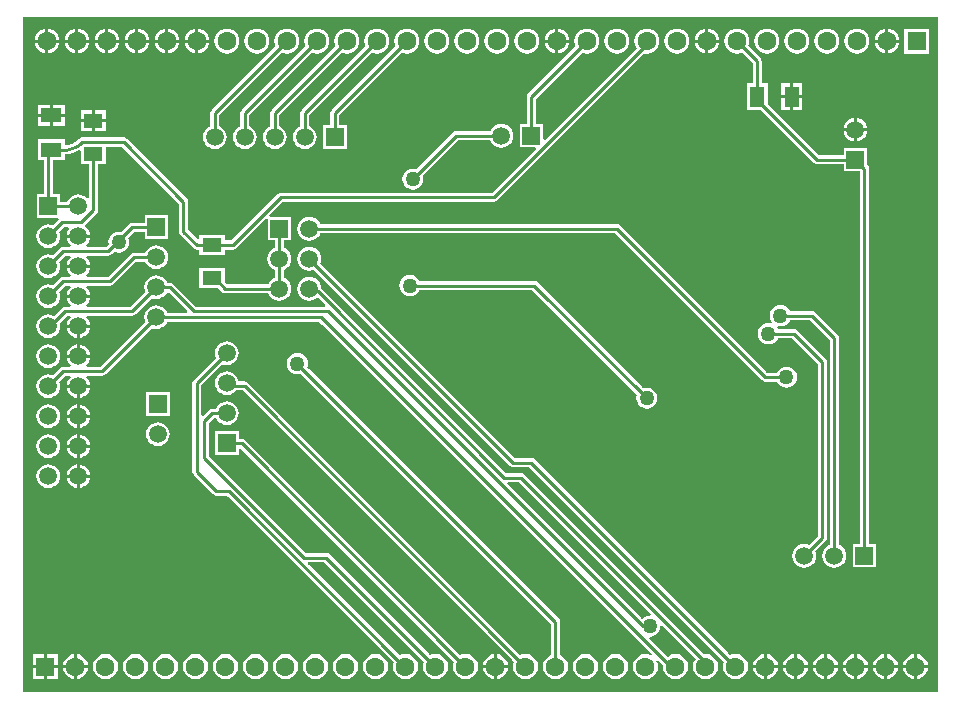
<source format=gbl>
G04*
G04 #@! TF.GenerationSoftware,Altium Limited,Altium Designer,20.1.11 (218)*
G04*
G04 Layer_Physical_Order=2*
G04 Layer_Color=16711680*
%FSLAX25Y25*%
%MOIN*%
G70*
G04*
G04 #@! TF.SameCoordinates,3E3CE198-1D4E-4C69-B1C9-FC2CBC885D2D*
G04*
G04*
G04 #@! TF.FilePolarity,Positive*
G04*
G01*
G75*
%ADD14C,0.01000*%
%ADD32R,0.06299X0.06299*%
%ADD33C,0.06299*%
%ADD34C,0.05906*%
%ADD35R,0.05906X0.05906*%
%ADD36R,0.05906X0.05906*%
%ADD37C,0.05000*%
%ADD38R,0.06496X0.04724*%
%ADD39R,0.07087X0.05118*%
%ADD40R,0.05118X0.07087*%
G36*
X580000Y210000D02*
X275000D01*
Y435000D01*
X580000D01*
Y210000D01*
D02*
G37*
%LPC*%
G36*
X563500Y431120D02*
Y427500D01*
X567120D01*
X567043Y428083D01*
X566625Y429093D01*
X565960Y429959D01*
X565093Y430625D01*
X564083Y431043D01*
X563500Y431120D01*
D02*
G37*
G36*
X333500D02*
Y427500D01*
X337120D01*
X337043Y428083D01*
X336625Y429093D01*
X335960Y429959D01*
X335093Y430625D01*
X334083Y431043D01*
X333500Y431120D01*
D02*
G37*
G36*
X303500D02*
Y427500D01*
X307120D01*
X307043Y428083D01*
X306625Y429093D01*
X305960Y429959D01*
X305093Y430625D01*
X304083Y431043D01*
X303500Y431120D01*
D02*
G37*
G36*
X503500D02*
Y427500D01*
X507120D01*
X507043Y428083D01*
X506625Y429093D01*
X505960Y429959D01*
X505093Y430625D01*
X504083Y431043D01*
X503500Y431120D01*
D02*
G37*
G36*
X453500D02*
Y427500D01*
X457120D01*
X457043Y428083D01*
X456625Y429093D01*
X455960Y429959D01*
X455093Y430625D01*
X454083Y431043D01*
X453500Y431120D01*
D02*
G37*
G36*
X323500D02*
Y427500D01*
X327120D01*
X327043Y428083D01*
X326625Y429093D01*
X325959Y429959D01*
X325093Y430625D01*
X324083Y431043D01*
X323500Y431120D01*
D02*
G37*
G36*
X313500D02*
Y427500D01*
X317120D01*
X317043Y428083D01*
X316625Y429093D01*
X315960Y429959D01*
X315093Y430625D01*
X314083Y431043D01*
X313500Y431120D01*
D02*
G37*
G36*
X283500D02*
Y427500D01*
X287120D01*
X287043Y428083D01*
X286625Y429093D01*
X285960Y429959D01*
X285093Y430625D01*
X284083Y431043D01*
X283500Y431120D01*
D02*
G37*
G36*
X293500D02*
Y427500D01*
X297120D01*
X297043Y428083D01*
X296625Y429093D01*
X295959Y429959D01*
X295093Y430625D01*
X294083Y431043D01*
X293500Y431120D01*
D02*
G37*
G36*
X562500D02*
X561917Y431043D01*
X560907Y430625D01*
X560041Y429959D01*
X559375Y429093D01*
X558957Y428083D01*
X558880Y427500D01*
X562500D01*
Y431120D01*
D02*
G37*
G36*
X332500D02*
X331917Y431043D01*
X330907Y430625D01*
X330041Y429959D01*
X329375Y429093D01*
X328957Y428083D01*
X328880Y427500D01*
X332500D01*
Y431120D01*
D02*
G37*
G36*
X302500D02*
X301917Y431043D01*
X300907Y430625D01*
X300041Y429959D01*
X299375Y429093D01*
X298957Y428083D01*
X298880Y427500D01*
X302500D01*
Y431120D01*
D02*
G37*
G36*
X502500D02*
X501917Y431043D01*
X500907Y430625D01*
X500040Y429959D01*
X499375Y429093D01*
X498957Y428083D01*
X498880Y427500D01*
X502500D01*
Y431120D01*
D02*
G37*
G36*
X452500D02*
X451917Y431043D01*
X450907Y430625D01*
X450040Y429959D01*
X449375Y429093D01*
X448957Y428083D01*
X448880Y427500D01*
X452500D01*
Y431120D01*
D02*
G37*
G36*
X322500D02*
X321917Y431043D01*
X320907Y430625D01*
X320040Y429959D01*
X319375Y429093D01*
X318957Y428083D01*
X318880Y427500D01*
X322500D01*
Y431120D01*
D02*
G37*
G36*
X312500D02*
X311917Y431043D01*
X310907Y430625D01*
X310040Y429959D01*
X309375Y429093D01*
X308957Y428083D01*
X308880Y427500D01*
X312500D01*
Y431120D01*
D02*
G37*
G36*
X282500D02*
X281917Y431043D01*
X280907Y430625D01*
X280041Y429959D01*
X279375Y429093D01*
X278957Y428083D01*
X278880Y427500D01*
X282500D01*
Y431120D01*
D02*
G37*
G36*
X292500D02*
X291917Y431043D01*
X290907Y430625D01*
X290040Y429959D01*
X289375Y429093D01*
X288957Y428083D01*
X288880Y427500D01*
X292500D01*
Y431120D01*
D02*
G37*
G36*
X567120Y426500D02*
X563500D01*
Y422880D01*
X564083Y422957D01*
X565093Y423375D01*
X565960Y424041D01*
X566625Y424907D01*
X567043Y425917D01*
X567120Y426500D01*
D02*
G37*
G36*
X507120D02*
X503500D01*
Y422880D01*
X504083Y422957D01*
X505093Y423375D01*
X505960Y424041D01*
X506625Y424907D01*
X507043Y425917D01*
X507120Y426500D01*
D02*
G37*
G36*
X457120D02*
X453500D01*
Y422880D01*
X454083Y422957D01*
X455093Y423375D01*
X455960Y424041D01*
X456625Y424907D01*
X457043Y425917D01*
X457120Y426500D01*
D02*
G37*
G36*
X337120D02*
X333500D01*
Y422880D01*
X334083Y422957D01*
X335093Y423375D01*
X335960Y424041D01*
X336625Y424907D01*
X337043Y425917D01*
X337120Y426500D01*
D02*
G37*
G36*
X327120D02*
X323500D01*
Y422880D01*
X324083Y422957D01*
X325093Y423375D01*
X325959Y424041D01*
X326625Y424907D01*
X327043Y425917D01*
X327120Y426500D01*
D02*
G37*
G36*
X317120D02*
X313500D01*
Y422880D01*
X314083Y422957D01*
X315093Y423375D01*
X315960Y424041D01*
X316625Y424907D01*
X317043Y425917D01*
X317120Y426500D01*
D02*
G37*
G36*
X307120D02*
X303500D01*
Y422880D01*
X304083Y422957D01*
X305093Y423375D01*
X305960Y424041D01*
X306625Y424907D01*
X307043Y425917D01*
X307120Y426500D01*
D02*
G37*
G36*
X297120D02*
X293500D01*
Y422880D01*
X294083Y422957D01*
X295093Y423375D01*
X295959Y424041D01*
X296625Y424907D01*
X297043Y425917D01*
X297120Y426500D01*
D02*
G37*
G36*
X287120D02*
X283500D01*
Y422880D01*
X284083Y422957D01*
X285093Y423375D01*
X285960Y424041D01*
X286625Y424907D01*
X287043Y425917D01*
X287120Y426500D01*
D02*
G37*
G36*
X562500D02*
X558880D01*
X558957Y425917D01*
X559375Y424907D01*
X560041Y424041D01*
X560907Y423375D01*
X561917Y422957D01*
X562500Y422880D01*
Y426500D01*
D02*
G37*
G36*
X502500D02*
X498880D01*
X498957Y425917D01*
X499375Y424907D01*
X500040Y424041D01*
X500907Y423375D01*
X501917Y422957D01*
X502500Y422880D01*
Y426500D01*
D02*
G37*
G36*
X452500D02*
X448880D01*
X448957Y425917D01*
X449375Y424907D01*
X450040Y424041D01*
X450907Y423375D01*
X451917Y422957D01*
X452500Y422880D01*
Y426500D01*
D02*
G37*
G36*
X332500D02*
X328880D01*
X328957Y425917D01*
X329375Y424907D01*
X330041Y424041D01*
X330907Y423375D01*
X331917Y422957D01*
X332500Y422880D01*
Y426500D01*
D02*
G37*
G36*
X322500D02*
X318880D01*
X318957Y425917D01*
X319375Y424907D01*
X320040Y424041D01*
X320907Y423375D01*
X321917Y422957D01*
X322500Y422880D01*
Y426500D01*
D02*
G37*
G36*
X312500D02*
X308880D01*
X308957Y425917D01*
X309375Y424907D01*
X310040Y424041D01*
X310907Y423375D01*
X311917Y422957D01*
X312500Y422880D01*
Y426500D01*
D02*
G37*
G36*
X302500D02*
X298880D01*
X298957Y425917D01*
X299375Y424907D01*
X300041Y424041D01*
X300907Y423375D01*
X301917Y422957D01*
X302500Y422880D01*
Y426500D01*
D02*
G37*
G36*
X292500D02*
X288880D01*
X288957Y425917D01*
X289375Y424907D01*
X290040Y424041D01*
X290907Y423375D01*
X291917Y422957D01*
X292500Y422880D01*
Y426500D01*
D02*
G37*
G36*
X282500D02*
X278880D01*
X278957Y425917D01*
X279375Y424907D01*
X280041Y424041D01*
X280907Y423375D01*
X281917Y422957D01*
X282500Y422880D01*
Y426500D01*
D02*
G37*
G36*
X577150Y431150D02*
X568850D01*
Y422850D01*
X577150D01*
Y431150D01*
D02*
G37*
G36*
X553000Y431185D02*
X551917Y431043D01*
X550907Y430625D01*
X550040Y429959D01*
X549375Y429093D01*
X548957Y428083D01*
X548815Y427000D01*
X548957Y425917D01*
X549375Y424907D01*
X550040Y424041D01*
X550907Y423375D01*
X551917Y422957D01*
X553000Y422815D01*
X554083Y422957D01*
X555093Y423375D01*
X555960Y424041D01*
X556625Y424907D01*
X557043Y425917D01*
X557185Y427000D01*
X557043Y428083D01*
X556625Y429093D01*
X555960Y429959D01*
X555093Y430625D01*
X554083Y431043D01*
X553000Y431185D01*
D02*
G37*
G36*
X543000D02*
X541917Y431043D01*
X540907Y430625D01*
X540040Y429959D01*
X539375Y429093D01*
X538957Y428083D01*
X538815Y427000D01*
X538957Y425917D01*
X539375Y424907D01*
X540040Y424041D01*
X540907Y423375D01*
X541917Y422957D01*
X543000Y422815D01*
X544083Y422957D01*
X545093Y423375D01*
X545960Y424041D01*
X546625Y424907D01*
X547043Y425917D01*
X547185Y427000D01*
X547043Y428083D01*
X546625Y429093D01*
X545960Y429959D01*
X545093Y430625D01*
X544083Y431043D01*
X543000Y431185D01*
D02*
G37*
G36*
X533000D02*
X531917Y431043D01*
X530907Y430625D01*
X530041Y429959D01*
X529375Y429093D01*
X528957Y428083D01*
X528815Y427000D01*
X528957Y425917D01*
X529375Y424907D01*
X530041Y424041D01*
X530907Y423375D01*
X531917Y422957D01*
X533000Y422815D01*
X534083Y422957D01*
X535093Y423375D01*
X535959Y424041D01*
X536625Y424907D01*
X537043Y425917D01*
X537185Y427000D01*
X537043Y428083D01*
X536625Y429093D01*
X535959Y429959D01*
X535093Y430625D01*
X534083Y431043D01*
X533000Y431185D01*
D02*
G37*
G36*
X523000D02*
X521917Y431043D01*
X520907Y430625D01*
X520041Y429959D01*
X519375Y429093D01*
X518957Y428083D01*
X518815Y427000D01*
X518957Y425917D01*
X519375Y424907D01*
X520041Y424041D01*
X520907Y423375D01*
X521917Y422957D01*
X523000Y422815D01*
X524083Y422957D01*
X525093Y423375D01*
X525959Y424041D01*
X526625Y424907D01*
X527043Y425917D01*
X527185Y427000D01*
X527043Y428083D01*
X526625Y429093D01*
X525959Y429959D01*
X525093Y430625D01*
X524083Y431043D01*
X523000Y431185D01*
D02*
G37*
G36*
X493000D02*
X491917Y431043D01*
X490907Y430625D01*
X490040Y429959D01*
X489375Y429093D01*
X488957Y428083D01*
X488815Y427000D01*
X488957Y425917D01*
X489375Y424907D01*
X490040Y424041D01*
X490907Y423375D01*
X491917Y422957D01*
X493000Y422815D01*
X494083Y422957D01*
X495093Y423375D01*
X495960Y424041D01*
X496625Y424907D01*
X497043Y425917D01*
X497185Y427000D01*
X497043Y428083D01*
X496625Y429093D01*
X495960Y429959D01*
X495093Y430625D01*
X494083Y431043D01*
X493000Y431185D01*
D02*
G37*
G36*
X473000D02*
X471917Y431043D01*
X470907Y430625D01*
X470041Y429959D01*
X469375Y429093D01*
X468957Y428083D01*
X468815Y427000D01*
X468957Y425917D01*
X469375Y424907D01*
X470041Y424041D01*
X470907Y423375D01*
X471917Y422957D01*
X473000Y422815D01*
X474083Y422957D01*
X475093Y423375D01*
X475959Y424041D01*
X476625Y424907D01*
X477043Y425917D01*
X477185Y427000D01*
X477043Y428083D01*
X476625Y429093D01*
X475959Y429959D01*
X475093Y430625D01*
X474083Y431043D01*
X473000Y431185D01*
D02*
G37*
G36*
X483000D02*
X481917Y431043D01*
X480907Y430625D01*
X480041Y429959D01*
X479375Y429093D01*
X478957Y428083D01*
X478815Y427000D01*
X478957Y425917D01*
X479375Y424907D01*
X479547Y424683D01*
X448915Y394051D01*
X448453Y394242D01*
Y399453D01*
X446029D01*
Y407866D01*
X461353Y423190D01*
X461917Y422957D01*
X463000Y422815D01*
X464083Y422957D01*
X465093Y423375D01*
X465960Y424041D01*
X466625Y424907D01*
X467043Y425917D01*
X467185Y427000D01*
X467043Y428083D01*
X466625Y429093D01*
X465960Y429959D01*
X465093Y430625D01*
X464083Y431043D01*
X463000Y431185D01*
X461917Y431043D01*
X460907Y430625D01*
X460041Y429959D01*
X459375Y429093D01*
X458957Y428083D01*
X458815Y427000D01*
X458957Y425917D01*
X459191Y425353D01*
X443419Y409581D01*
X443087Y409085D01*
X442971Y408500D01*
Y399453D01*
X440547D01*
Y391547D01*
X445758D01*
X445949Y391085D01*
X431393Y376529D01*
X361000D01*
X360415Y376413D01*
X359919Y376081D01*
X344378Y360541D01*
X342248D01*
Y362374D01*
X333752D01*
Y361118D01*
X333252Y360911D01*
X330029Y364134D01*
Y373500D01*
X329913Y374085D01*
X329581Y374581D01*
X309731Y394432D01*
X309235Y394763D01*
X308650Y394880D01*
X294631D01*
X294045Y394763D01*
X293549Y394432D01*
X293522Y394391D01*
X292465Y393524D01*
X291216Y392856D01*
X289861Y392445D01*
X289414Y392401D01*
X289043Y392737D01*
Y394350D01*
X279957D01*
Y387232D01*
X281971D01*
Y375953D01*
X279547D01*
Y368047D01*
X286692D01*
X286811Y367865D01*
X286884Y367547D01*
X284996Y365659D01*
X284532Y365851D01*
X283500Y365987D01*
X282468Y365851D01*
X281507Y365453D01*
X280681Y364819D01*
X280047Y363993D01*
X279649Y363032D01*
X279513Y362000D01*
X279649Y360968D01*
X280047Y360007D01*
X280681Y359181D01*
X281507Y358547D01*
X282468Y358149D01*
X283500Y358013D01*
X284532Y358149D01*
X285493Y358547D01*
X286319Y359181D01*
X286953Y360007D01*
X287351Y360968D01*
X287487Y362000D01*
X287351Y363032D01*
X287159Y363496D01*
X288681Y365018D01*
X290203D01*
X290450Y364518D01*
X290047Y363993D01*
X289649Y363032D01*
X289579Y362500D01*
X293500D01*
X297421D01*
X297351Y363032D01*
X296953Y363993D01*
X296319Y364819D01*
X295848Y365181D01*
X295804Y365844D01*
X299581Y369621D01*
X299913Y370118D01*
X300029Y370703D01*
Y386126D01*
X302748D01*
Y391821D01*
X308016D01*
X326971Y372867D01*
Y363500D01*
X327087Y362915D01*
X327419Y362419D01*
X331907Y357930D01*
X332403Y357599D01*
X332988Y357482D01*
X333752D01*
Y355650D01*
X342248D01*
Y357482D01*
X345012D01*
X345597Y357599D01*
X346093Y357930D01*
X356085Y367922D01*
X356547Y367731D01*
Y360547D01*
X358971D01*
Y358145D01*
X358507Y357953D01*
X357681Y357319D01*
X357047Y356493D01*
X356649Y355532D01*
X356513Y354500D01*
X356649Y353468D01*
X357047Y352507D01*
X357681Y351681D01*
X358507Y351047D01*
X358971Y350855D01*
Y348145D01*
X358507Y347953D01*
X357681Y347319D01*
X357047Y346493D01*
X356855Y346029D01*
X343007D01*
X342248Y346789D01*
Y351350D01*
X333752D01*
Y344626D01*
X340085D01*
X341293Y343419D01*
X341789Y343087D01*
X342374Y342971D01*
X356855D01*
X357047Y342507D01*
X357681Y341681D01*
X358507Y341047D01*
X359468Y340649D01*
X360500Y340513D01*
X361532Y340649D01*
X362493Y341047D01*
X363319Y341681D01*
X363953Y342507D01*
X364351Y343468D01*
X364487Y344500D01*
X364351Y345532D01*
X363953Y346493D01*
X363319Y347319D01*
X362493Y347953D01*
X362029Y348145D01*
Y350855D01*
X362493Y351047D01*
X363319Y351681D01*
X363953Y352507D01*
X364351Y353468D01*
X364487Y354500D01*
X364351Y355532D01*
X363953Y356493D01*
X363319Y357319D01*
X362493Y357953D01*
X362029Y358145D01*
Y360547D01*
X364453D01*
Y368453D01*
X357269D01*
X357078Y368915D01*
X361633Y373471D01*
X432027D01*
X432612Y373587D01*
X433108Y373919D01*
X482120Y422930D01*
X483000Y422815D01*
X484083Y422957D01*
X485093Y423375D01*
X485959Y424041D01*
X486625Y424907D01*
X487043Y425917D01*
X487185Y427000D01*
X487043Y428083D01*
X486625Y429093D01*
X485959Y429959D01*
X485093Y430625D01*
X484083Y431043D01*
X483000Y431185D01*
D02*
G37*
G36*
X443000D02*
X441917Y431043D01*
X440907Y430625D01*
X440040Y429959D01*
X439375Y429093D01*
X438957Y428083D01*
X438815Y427000D01*
X438957Y425917D01*
X439375Y424907D01*
X440040Y424041D01*
X440907Y423375D01*
X441917Y422957D01*
X443000Y422815D01*
X444083Y422957D01*
X445093Y423375D01*
X445960Y424041D01*
X446625Y424907D01*
X447043Y425917D01*
X447185Y427000D01*
X447043Y428083D01*
X446625Y429093D01*
X445960Y429959D01*
X445093Y430625D01*
X444083Y431043D01*
X443000Y431185D01*
D02*
G37*
G36*
X433000D02*
X431917Y431043D01*
X430907Y430625D01*
X430041Y429959D01*
X429375Y429093D01*
X428957Y428083D01*
X428815Y427000D01*
X428957Y425917D01*
X429375Y424907D01*
X430041Y424041D01*
X430907Y423375D01*
X431917Y422957D01*
X433000Y422815D01*
X434083Y422957D01*
X435093Y423375D01*
X435959Y424041D01*
X436625Y424907D01*
X437043Y425917D01*
X437185Y427000D01*
X437043Y428083D01*
X436625Y429093D01*
X435959Y429959D01*
X435093Y430625D01*
X434083Y431043D01*
X433000Y431185D01*
D02*
G37*
G36*
X423000D02*
X421917Y431043D01*
X420907Y430625D01*
X420041Y429959D01*
X419375Y429093D01*
X418957Y428083D01*
X418815Y427000D01*
X418957Y425917D01*
X419375Y424907D01*
X420041Y424041D01*
X420907Y423375D01*
X421917Y422957D01*
X423000Y422815D01*
X424083Y422957D01*
X425093Y423375D01*
X425959Y424041D01*
X426625Y424907D01*
X427043Y425917D01*
X427185Y427000D01*
X427043Y428083D01*
X426625Y429093D01*
X425959Y429959D01*
X425093Y430625D01*
X424083Y431043D01*
X423000Y431185D01*
D02*
G37*
G36*
X413000D02*
X411917Y431043D01*
X410907Y430625D01*
X410041Y429959D01*
X409375Y429093D01*
X408957Y428083D01*
X408815Y427000D01*
X408957Y425917D01*
X409375Y424907D01*
X410041Y424041D01*
X410907Y423375D01*
X411917Y422957D01*
X413000Y422815D01*
X414083Y422957D01*
X415093Y423375D01*
X415960Y424041D01*
X416625Y424907D01*
X417043Y425917D01*
X417185Y427000D01*
X417043Y428083D01*
X416625Y429093D01*
X415960Y429959D01*
X415093Y430625D01*
X414083Y431043D01*
X413000Y431185D01*
D02*
G37*
G36*
X403000D02*
X401917Y431043D01*
X400907Y430625D01*
X400040Y429959D01*
X399375Y429093D01*
X398957Y428083D01*
X398815Y427000D01*
X398957Y425917D01*
X399190Y425353D01*
X377919Y404081D01*
X377587Y403585D01*
X377471Y403000D01*
Y398953D01*
X375047D01*
Y391047D01*
X382953D01*
Y398953D01*
X380529D01*
Y402366D01*
X401353Y423190D01*
X401917Y422957D01*
X403000Y422815D01*
X404083Y422957D01*
X405093Y423375D01*
X405960Y424041D01*
X406625Y424907D01*
X407043Y425917D01*
X407185Y427000D01*
X407043Y428083D01*
X406625Y429093D01*
X405960Y429959D01*
X405093Y430625D01*
X404083Y431043D01*
X403000Y431185D01*
D02*
G37*
G36*
X393000D02*
X391917Y431043D01*
X390907Y430625D01*
X390040Y429959D01*
X389375Y429093D01*
X388957Y428083D01*
X388815Y427000D01*
X388957Y425917D01*
X389191Y425353D01*
X367919Y404081D01*
X367587Y403585D01*
X367471Y403000D01*
Y398645D01*
X367007Y398453D01*
X366181Y397819D01*
X365547Y396993D01*
X365149Y396032D01*
X365013Y395000D01*
X365149Y393968D01*
X365547Y393007D01*
X366181Y392181D01*
X367007Y391547D01*
X367968Y391149D01*
X369000Y391013D01*
X370032Y391149D01*
X370993Y391547D01*
X371819Y392181D01*
X372453Y393007D01*
X372851Y393968D01*
X372987Y395000D01*
X372851Y396032D01*
X372453Y396993D01*
X371819Y397819D01*
X370993Y398453D01*
X370529Y398645D01*
Y402366D01*
X391353Y423190D01*
X391917Y422957D01*
X393000Y422815D01*
X394083Y422957D01*
X395093Y423375D01*
X395959Y424041D01*
X396625Y424907D01*
X397043Y425917D01*
X397185Y427000D01*
X397043Y428083D01*
X396625Y429093D01*
X395959Y429959D01*
X395093Y430625D01*
X394083Y431043D01*
X393000Y431185D01*
D02*
G37*
G36*
X383000D02*
X381917Y431043D01*
X380907Y430625D01*
X380041Y429959D01*
X379375Y429093D01*
X378957Y428083D01*
X378815Y427000D01*
X378957Y425917D01*
X379190Y425353D01*
X357919Y404081D01*
X357587Y403585D01*
X357471Y403000D01*
Y398645D01*
X357007Y398453D01*
X356181Y397819D01*
X355547Y396993D01*
X355149Y396032D01*
X355013Y395000D01*
X355149Y393968D01*
X355547Y393007D01*
X356181Y392181D01*
X357007Y391547D01*
X357968Y391149D01*
X359000Y391013D01*
X360032Y391149D01*
X360993Y391547D01*
X361819Y392181D01*
X362453Y393007D01*
X362851Y393968D01*
X362987Y395000D01*
X362851Y396032D01*
X362453Y396993D01*
X361819Y397819D01*
X360993Y398453D01*
X360529Y398645D01*
Y402366D01*
X381353Y423190D01*
X381917Y422957D01*
X383000Y422815D01*
X384083Y422957D01*
X385093Y423375D01*
X385960Y424041D01*
X386625Y424907D01*
X387043Y425917D01*
X387185Y427000D01*
X387043Y428083D01*
X386625Y429093D01*
X385960Y429959D01*
X385093Y430625D01*
X384083Y431043D01*
X383000Y431185D01*
D02*
G37*
G36*
X373000D02*
X371917Y431043D01*
X370907Y430625D01*
X370040Y429959D01*
X369375Y429093D01*
X368957Y428083D01*
X368815Y427000D01*
X368957Y425917D01*
X369191Y425353D01*
X347919Y404081D01*
X347587Y403585D01*
X347471Y403000D01*
Y398645D01*
X347007Y398453D01*
X346181Y397819D01*
X345547Y396993D01*
X345149Y396032D01*
X345013Y395000D01*
X345149Y393968D01*
X345547Y393007D01*
X346181Y392181D01*
X347007Y391547D01*
X347968Y391149D01*
X349000Y391013D01*
X350032Y391149D01*
X350993Y391547D01*
X351819Y392181D01*
X352453Y393007D01*
X352851Y393968D01*
X352987Y395000D01*
X352851Y396032D01*
X352453Y396993D01*
X351819Y397819D01*
X350993Y398453D01*
X350529Y398645D01*
Y402366D01*
X371353Y423190D01*
X371917Y422957D01*
X373000Y422815D01*
X374083Y422957D01*
X375093Y423375D01*
X375959Y424041D01*
X376625Y424907D01*
X377043Y425917D01*
X377185Y427000D01*
X377043Y428083D01*
X376625Y429093D01*
X375959Y429959D01*
X375093Y430625D01*
X374083Y431043D01*
X373000Y431185D01*
D02*
G37*
G36*
X363000D02*
X361917Y431043D01*
X360907Y430625D01*
X360040Y429959D01*
X359375Y429093D01*
X358957Y428083D01*
X358815Y427000D01*
X358957Y425917D01*
X359191Y425353D01*
X337919Y404081D01*
X337587Y403585D01*
X337471Y403000D01*
Y398645D01*
X337007Y398453D01*
X336181Y397819D01*
X335547Y396993D01*
X335149Y396032D01*
X335013Y395000D01*
X335149Y393968D01*
X335547Y393007D01*
X336181Y392181D01*
X337007Y391547D01*
X337968Y391149D01*
X339000Y391013D01*
X340032Y391149D01*
X340993Y391547D01*
X341819Y392181D01*
X342453Y393007D01*
X342851Y393968D01*
X342987Y395000D01*
X342851Y396032D01*
X342453Y396993D01*
X341819Y397819D01*
X340993Y398453D01*
X340529Y398645D01*
Y402366D01*
X361353Y423190D01*
X361917Y422957D01*
X363000Y422815D01*
X364083Y422957D01*
X365093Y423375D01*
X365960Y424041D01*
X366625Y424907D01*
X367043Y425917D01*
X367185Y427000D01*
X367043Y428083D01*
X366625Y429093D01*
X365960Y429959D01*
X365093Y430625D01*
X364083Y431043D01*
X363000Y431185D01*
D02*
G37*
G36*
X353000D02*
X351917Y431043D01*
X350907Y430625D01*
X350041Y429959D01*
X349375Y429093D01*
X348957Y428083D01*
X348815Y427000D01*
X348957Y425917D01*
X349375Y424907D01*
X350041Y424041D01*
X350907Y423375D01*
X351917Y422957D01*
X353000Y422815D01*
X354083Y422957D01*
X355093Y423375D01*
X355960Y424041D01*
X356625Y424907D01*
X357043Y425917D01*
X357185Y427000D01*
X357043Y428083D01*
X356625Y429093D01*
X355960Y429959D01*
X355093Y430625D01*
X354083Y431043D01*
X353000Y431185D01*
D02*
G37*
G36*
X343000D02*
X341917Y431043D01*
X340907Y430625D01*
X340040Y429959D01*
X339375Y429093D01*
X338957Y428083D01*
X338815Y427000D01*
X338957Y425917D01*
X339375Y424907D01*
X340040Y424041D01*
X340907Y423375D01*
X341917Y422957D01*
X343000Y422815D01*
X344083Y422957D01*
X345093Y423375D01*
X345959Y424041D01*
X346625Y424907D01*
X347043Y425917D01*
X347185Y427000D01*
X347043Y428083D01*
X346625Y429093D01*
X345959Y429959D01*
X345093Y430625D01*
X344083Y431043D01*
X343000Y431185D01*
D02*
G37*
G36*
X534768Y413043D02*
X531709D01*
Y409000D01*
X534768D01*
Y413043D01*
D02*
G37*
G36*
X530709D02*
X527650D01*
Y409000D01*
X530709D01*
Y413043D01*
D02*
G37*
G36*
X534768Y408000D02*
X531709D01*
Y403957D01*
X534768D01*
Y408000D01*
D02*
G37*
G36*
X530709D02*
X527650D01*
Y403957D01*
X530709D01*
Y408000D01*
D02*
G37*
G36*
X289043Y405768D02*
X285000D01*
Y402709D01*
X289043D01*
Y405768D01*
D02*
G37*
G36*
X284000D02*
X279957D01*
Y402709D01*
X284000D01*
Y405768D01*
D02*
G37*
G36*
X302748Y403874D02*
X299000D01*
Y401012D01*
X302748D01*
Y403874D01*
D02*
G37*
G36*
X298000D02*
X294252D01*
Y401012D01*
X298000D01*
Y403874D01*
D02*
G37*
G36*
X289043Y401709D02*
X285000D01*
Y398650D01*
X289043D01*
Y401709D01*
D02*
G37*
G36*
X284000D02*
X279957D01*
Y398650D01*
X284000D01*
Y401709D01*
D02*
G37*
G36*
X553000Y401421D02*
Y398000D01*
X556421D01*
X556351Y398532D01*
X555953Y399493D01*
X555319Y400319D01*
X554493Y400953D01*
X553532Y401351D01*
X553000Y401421D01*
D02*
G37*
G36*
X552000D02*
X551468Y401351D01*
X550507Y400953D01*
X549681Y400319D01*
X549047Y399493D01*
X548649Y398532D01*
X548579Y398000D01*
X552000D01*
Y401421D01*
D02*
G37*
G36*
X302748Y400012D02*
X299000D01*
Y397150D01*
X302748D01*
Y400012D01*
D02*
G37*
G36*
X298000D02*
X294252D01*
Y397150D01*
X298000D01*
Y400012D01*
D02*
G37*
G36*
X556421Y397000D02*
X553000D01*
Y393579D01*
X553532Y393649D01*
X554493Y394047D01*
X555319Y394681D01*
X555953Y395507D01*
X556351Y396468D01*
X556421Y397000D01*
D02*
G37*
G36*
X552000D02*
X548579D01*
X548649Y396468D01*
X549047Y395507D01*
X549681Y394681D01*
X550507Y394047D01*
X551468Y393649D01*
X552000Y393579D01*
Y397000D01*
D02*
G37*
G36*
X434500Y399487D02*
X433468Y399351D01*
X432507Y398953D01*
X431681Y398319D01*
X431047Y397493D01*
X430855Y397029D01*
X419500D01*
X418915Y396913D01*
X418419Y396581D01*
X406149Y384312D01*
X405914Y384410D01*
X405000Y384530D01*
X404086Y384410D01*
X403235Y384057D01*
X402504Y383496D01*
X401943Y382765D01*
X401590Y381914D01*
X401470Y381000D01*
X401590Y380086D01*
X401943Y379235D01*
X402504Y378504D01*
X403235Y377943D01*
X404086Y377590D01*
X405000Y377470D01*
X405914Y377590D01*
X406765Y377943D01*
X407496Y378504D01*
X408057Y379235D01*
X408410Y380086D01*
X408530Y381000D01*
X408410Y381914D01*
X408312Y382149D01*
X420133Y393971D01*
X430855D01*
X431047Y393507D01*
X431681Y392681D01*
X432507Y392047D01*
X433468Y391649D01*
X434500Y391513D01*
X435532Y391649D01*
X436493Y392047D01*
X437319Y392681D01*
X437953Y393507D01*
X438351Y394468D01*
X438487Y395500D01*
X438351Y396532D01*
X437953Y397493D01*
X437319Y398319D01*
X436493Y398953D01*
X435532Y399351D01*
X434500Y399487D01*
D02*
G37*
G36*
X323453Y368953D02*
X315547D01*
Y366529D01*
X311500D01*
X310915Y366413D01*
X310419Y366081D01*
X307766Y363429D01*
X307000Y363530D01*
X306086Y363410D01*
X305235Y363057D01*
X304504Y362496D01*
X303943Y361765D01*
X303590Y360914D01*
X303470Y360000D01*
X303571Y359234D01*
X302867Y358529D01*
X296291D01*
X296122Y359029D01*
X296319Y359181D01*
X296953Y360007D01*
X297351Y360968D01*
X297421Y361500D01*
X293500D01*
X289579D01*
X289649Y360968D01*
X290047Y360007D01*
X290681Y359181D01*
X290878Y359029D01*
X290708Y358529D01*
X288500D01*
X287915Y358413D01*
X287419Y358081D01*
X284996Y355659D01*
X284532Y355851D01*
X283500Y355987D01*
X282468Y355851D01*
X281507Y355453D01*
X280681Y354819D01*
X280047Y353993D01*
X279649Y353032D01*
X279513Y352000D01*
X279649Y350968D01*
X280047Y350007D01*
X280681Y349181D01*
X281507Y348547D01*
X282468Y348149D01*
X283500Y348013D01*
X284532Y348149D01*
X285493Y348547D01*
X286319Y349181D01*
X286953Y350007D01*
X287351Y350968D01*
X287487Y352000D01*
X287351Y353032D01*
X287159Y353496D01*
X289134Y355471D01*
X290708D01*
X290878Y354971D01*
X290681Y354819D01*
X290047Y353993D01*
X289649Y353032D01*
X289579Y352500D01*
X293500D01*
X297421D01*
X297351Y353032D01*
X296953Y353993D01*
X296319Y354819D01*
X296122Y354971D01*
X296291Y355471D01*
X303500D01*
X304085Y355587D01*
X304581Y355919D01*
X305497Y356834D01*
X306086Y356590D01*
X307000Y356470D01*
X307914Y356590D01*
X308765Y356943D01*
X309496Y357504D01*
X310057Y358235D01*
X310410Y359086D01*
X310530Y360000D01*
X310410Y360914D01*
X310166Y361503D01*
X312134Y363471D01*
X315547D01*
Y361047D01*
X323453D01*
Y368953D01*
D02*
G37*
G36*
X319500Y358987D02*
X318468Y358851D01*
X317507Y358453D01*
X316681Y357819D01*
X316047Y356993D01*
X315855Y356529D01*
X312000D01*
X311415Y356413D01*
X310919Y356081D01*
X303366Y348529D01*
X296291D01*
X296122Y349029D01*
X296319Y349181D01*
X296953Y350007D01*
X297351Y350968D01*
X297421Y351500D01*
X293500D01*
X289579D01*
X289649Y350968D01*
X290047Y350007D01*
X290681Y349181D01*
X290878Y349029D01*
X290708Y348529D01*
X288500D01*
X287915Y348413D01*
X287419Y348081D01*
X284996Y345659D01*
X284532Y345851D01*
X283500Y345987D01*
X282468Y345851D01*
X281507Y345453D01*
X280681Y344819D01*
X280047Y343993D01*
X279649Y343032D01*
X279513Y342000D01*
X279649Y340968D01*
X280047Y340007D01*
X280681Y339181D01*
X281507Y338547D01*
X282468Y338149D01*
X283500Y338013D01*
X284532Y338149D01*
X285493Y338547D01*
X286319Y339181D01*
X286953Y340007D01*
X287351Y340968D01*
X287487Y342000D01*
X287351Y343032D01*
X287159Y343496D01*
X289134Y345471D01*
X290708D01*
X290878Y344971D01*
X290681Y344819D01*
X290047Y343993D01*
X289649Y343032D01*
X289579Y342500D01*
X293500D01*
X297421D01*
X297351Y343032D01*
X296953Y343993D01*
X296319Y344819D01*
X296122Y344971D01*
X296291Y345471D01*
X304000D01*
X304585Y345587D01*
X305081Y345919D01*
X312633Y353471D01*
X315855D01*
X316047Y353007D01*
X316681Y352181D01*
X317507Y351547D01*
X318468Y351149D01*
X319500Y351013D01*
X320532Y351149D01*
X321493Y351547D01*
X322319Y352181D01*
X322953Y353007D01*
X323351Y353968D01*
X323487Y355000D01*
X323351Y356032D01*
X322953Y356993D01*
X322319Y357819D01*
X321493Y358453D01*
X320532Y358851D01*
X319500Y358987D01*
D02*
G37*
G36*
Y348987D02*
X318468Y348851D01*
X317507Y348453D01*
X316681Y347819D01*
X316047Y346993D01*
X315649Y346032D01*
X315513Y345000D01*
X315649Y343968D01*
X315841Y343504D01*
X310866Y338529D01*
X296291D01*
X296122Y339029D01*
X296319Y339181D01*
X296953Y340007D01*
X297351Y340968D01*
X297421Y341500D01*
X293500D01*
X289579D01*
X289649Y340968D01*
X290047Y340007D01*
X290681Y339181D01*
X290878Y339029D01*
X290708Y338529D01*
X289000D01*
X288415Y338413D01*
X287919Y338081D01*
X285349Y335512D01*
X284532Y335851D01*
X283500Y335987D01*
X282468Y335851D01*
X281507Y335453D01*
X280681Y334819D01*
X280047Y333993D01*
X279649Y333032D01*
X279513Y332000D01*
X279649Y330968D01*
X280047Y330007D01*
X280681Y329181D01*
X281507Y328547D01*
X282468Y328149D01*
X283500Y328013D01*
X284532Y328149D01*
X285493Y328547D01*
X286319Y329181D01*
X286953Y330007D01*
X287351Y330968D01*
X287487Y332000D01*
X287351Y333032D01*
X287305Y333142D01*
X289633Y335471D01*
X290708D01*
X290878Y334971D01*
X290681Y334819D01*
X290047Y333993D01*
X289649Y333032D01*
X289579Y332500D01*
X293500D01*
X297421D01*
X297351Y333032D01*
X296953Y333993D01*
X296319Y334819D01*
X296122Y334971D01*
X296291Y335471D01*
X311500D01*
X312085Y335587D01*
X312581Y335919D01*
X318004Y341341D01*
X318468Y341149D01*
X319500Y341013D01*
X320532Y341149D01*
X321493Y341547D01*
X322319Y342181D01*
X322953Y343007D01*
X323006Y343134D01*
X323592Y343245D01*
X329846Y336991D01*
X329654Y336529D01*
X323145D01*
X322953Y336993D01*
X322319Y337819D01*
X321493Y338453D01*
X320532Y338851D01*
X319500Y338987D01*
X318468Y338851D01*
X317507Y338453D01*
X316681Y337819D01*
X316047Y336993D01*
X315649Y336032D01*
X315513Y335000D01*
X315649Y333968D01*
X315841Y333504D01*
X300867Y318529D01*
X296291D01*
X296122Y319029D01*
X296319Y319181D01*
X296953Y320007D01*
X297351Y320968D01*
X297421Y321500D01*
X293500D01*
X289579D01*
X289649Y320968D01*
X290047Y320007D01*
X290681Y319181D01*
X290878Y319029D01*
X290708Y318529D01*
X288500D01*
X287915Y318413D01*
X287419Y318081D01*
X284996Y315659D01*
X284532Y315851D01*
X283500Y315987D01*
X282468Y315851D01*
X281507Y315453D01*
X280681Y314819D01*
X280047Y313993D01*
X279649Y313032D01*
X279513Y312000D01*
X279649Y310968D01*
X280047Y310007D01*
X280681Y309181D01*
X281507Y308547D01*
X282468Y308149D01*
X283500Y308013D01*
X284532Y308149D01*
X285493Y308547D01*
X286319Y309181D01*
X286953Y310007D01*
X287351Y310968D01*
X287487Y312000D01*
X287351Y313032D01*
X287159Y313496D01*
X289134Y315471D01*
X290708D01*
X290878Y314971D01*
X290681Y314819D01*
X290047Y313993D01*
X289649Y313032D01*
X289579Y312500D01*
X293500D01*
X297421D01*
X297351Y313032D01*
X296953Y313993D01*
X296319Y314819D01*
X296122Y314971D01*
X296291Y315471D01*
X301500D01*
X302085Y315587D01*
X302581Y315919D01*
X318004Y331341D01*
X318468Y331149D01*
X319500Y331013D01*
X320532Y331149D01*
X321493Y331547D01*
X322319Y332181D01*
X322953Y333007D01*
X323145Y333471D01*
X373867D01*
X484727Y222610D01*
X484444Y222186D01*
X483583Y222543D01*
X482500Y222685D01*
X481417Y222543D01*
X480407Y222125D01*
X479540Y221460D01*
X478875Y220593D01*
X478457Y219583D01*
X478315Y218500D01*
X478457Y217417D01*
X478875Y216407D01*
X479540Y215541D01*
X480407Y214875D01*
X481417Y214457D01*
X482500Y214315D01*
X483583Y214457D01*
X484593Y214875D01*
X485460Y215541D01*
X486125Y216407D01*
X486543Y217417D01*
X486685Y218500D01*
X486543Y219583D01*
X486186Y220444D01*
X486610Y220727D01*
X488375Y218962D01*
X488315Y218500D01*
X488457Y217417D01*
X488875Y216407D01*
X489540Y215541D01*
X490407Y214875D01*
X491417Y214457D01*
X492500Y214315D01*
X493583Y214457D01*
X494593Y214875D01*
X495460Y215541D01*
X496125Y216407D01*
X496543Y217417D01*
X496685Y218500D01*
X496543Y219583D01*
X496125Y220593D01*
X495460Y221460D01*
X494593Y222125D01*
X493583Y222543D01*
X492500Y222685D01*
X491417Y222543D01*
X490407Y222125D01*
X489916Y221747D01*
X483651Y228011D01*
X483885Y228485D01*
X484000Y228470D01*
X484914Y228590D01*
X485765Y228943D01*
X486496Y229504D01*
X487057Y230235D01*
X487410Y231086D01*
X487530Y232000D01*
X487515Y232115D01*
X487989Y232348D01*
X499253Y221084D01*
X498875Y220593D01*
X498457Y219583D01*
X498315Y218500D01*
X498457Y217417D01*
X498875Y216407D01*
X499541Y215541D01*
X500407Y214875D01*
X501417Y214457D01*
X502500Y214315D01*
X503583Y214457D01*
X504593Y214875D01*
X505459Y215541D01*
X506125Y216407D01*
X506543Y217417D01*
X506685Y218500D01*
X506543Y219583D01*
X506125Y220593D01*
X505459Y221460D01*
X504593Y222125D01*
X503583Y222543D01*
X502500Y222685D01*
X502038Y222625D01*
X442044Y282619D01*
X441548Y282951D01*
X440962Y283067D01*
X436096D01*
X374520Y344643D01*
X374463Y344681D01*
X374351Y345532D01*
X373953Y346493D01*
X373319Y347319D01*
X372493Y347953D01*
X371532Y348351D01*
X370500Y348487D01*
X369468Y348351D01*
X368507Y347953D01*
X367681Y347319D01*
X367047Y346493D01*
X366649Y345532D01*
X366513Y344500D01*
X366649Y343468D01*
X367047Y342507D01*
X367681Y341681D01*
X368507Y341047D01*
X369468Y340649D01*
X370500Y340513D01*
X371532Y340649D01*
X372493Y341047D01*
X373227Y341610D01*
X375846Y338991D01*
X375654Y338529D01*
X332633D01*
X325081Y346081D01*
X324585Y346413D01*
X324000Y346529D01*
X323145D01*
X322953Y346993D01*
X322319Y347819D01*
X321493Y348453D01*
X320532Y348851D01*
X319500Y348987D01*
D02*
G37*
G36*
X297421Y331500D02*
X294000D01*
Y328079D01*
X294532Y328149D01*
X295493Y328547D01*
X296319Y329181D01*
X296953Y330007D01*
X297351Y330968D01*
X297421Y331500D01*
D02*
G37*
G36*
X293000D02*
X289579D01*
X289649Y330968D01*
X290047Y330007D01*
X290681Y329181D01*
X291507Y328547D01*
X292468Y328149D01*
X293000Y328079D01*
Y331500D01*
D02*
G37*
G36*
X294000Y325921D02*
Y322500D01*
X297421D01*
X297351Y323032D01*
X296953Y323993D01*
X296319Y324819D01*
X295493Y325453D01*
X294532Y325851D01*
X294000Y325921D01*
D02*
G37*
G36*
X293000D02*
X292468Y325851D01*
X291507Y325453D01*
X290681Y324819D01*
X290047Y323993D01*
X289649Y323032D01*
X289579Y322500D01*
X293000D01*
Y325921D01*
D02*
G37*
G36*
X343000Y326987D02*
X341968Y326851D01*
X341007Y326453D01*
X340181Y325819D01*
X339547Y324993D01*
X339149Y324032D01*
X339013Y323000D01*
X339149Y321968D01*
X339341Y321504D01*
X331919Y314081D01*
X331587Y313585D01*
X331471Y313000D01*
Y283500D01*
X331587Y282915D01*
X331919Y282419D01*
X338419Y275919D01*
X338915Y275587D01*
X339500Y275471D01*
X343038D01*
X398594Y219914D01*
X398457Y219583D01*
X398315Y218500D01*
X398457Y217417D01*
X398875Y216407D01*
X399540Y215541D01*
X400407Y214875D01*
X401417Y214457D01*
X402500Y214315D01*
X403583Y214457D01*
X404593Y214875D01*
X405459Y215541D01*
X406125Y216407D01*
X406543Y217417D01*
X406685Y218500D01*
X406543Y219583D01*
X406125Y220593D01*
X405459Y221460D01*
X404593Y222125D01*
X403583Y222543D01*
X402500Y222685D01*
X401417Y222543D01*
X400621Y222213D01*
X369997Y252837D01*
X370189Y253299D01*
X375538D01*
X408691Y220147D01*
X408457Y219583D01*
X408315Y218500D01*
X408457Y217417D01*
X408875Y216407D01*
X409541Y215541D01*
X410407Y214875D01*
X411417Y214457D01*
X412500Y214315D01*
X413583Y214457D01*
X414593Y214875D01*
X415459Y215541D01*
X416125Y216407D01*
X416543Y217417D01*
X416685Y218500D01*
X416543Y219583D01*
X416125Y220593D01*
X415459Y221460D01*
X414593Y222125D01*
X413583Y222543D01*
X412500Y222685D01*
X411417Y222543D01*
X410853Y222309D01*
X377253Y255910D01*
X376757Y256241D01*
X376172Y256358D01*
X369305D01*
X337029Y288633D01*
Y299867D01*
X338633Y301471D01*
X339355D01*
X339547Y301007D01*
X340181Y300181D01*
X341007Y299547D01*
X341968Y299149D01*
X343000Y299013D01*
X344032Y299149D01*
X344993Y299547D01*
X345819Y300181D01*
X346453Y301007D01*
X346851Y301968D01*
X346987Y303000D01*
X346851Y304032D01*
X346453Y304993D01*
X345819Y305819D01*
X344993Y306453D01*
X344032Y306851D01*
X343000Y306987D01*
X341968Y306851D01*
X341007Y306453D01*
X340181Y305819D01*
X339547Y304993D01*
X339355Y304529D01*
X338000D01*
X337415Y304413D01*
X336919Y304081D01*
X334991Y302154D01*
X334529Y302346D01*
Y312367D01*
X341504Y319341D01*
X341968Y319149D01*
X343000Y319013D01*
X344032Y319149D01*
X344993Y319547D01*
X345819Y320181D01*
X346453Y321007D01*
X346851Y321968D01*
X346987Y323000D01*
X346851Y324032D01*
X346453Y324993D01*
X345819Y325819D01*
X344993Y326453D01*
X344032Y326851D01*
X343000Y326987D01*
D02*
G37*
G36*
X283500Y325987D02*
X282468Y325851D01*
X281507Y325453D01*
X280681Y324819D01*
X280047Y323993D01*
X279649Y323032D01*
X279513Y322000D01*
X279649Y320968D01*
X280047Y320007D01*
X280681Y319181D01*
X281507Y318547D01*
X282468Y318149D01*
X283500Y318013D01*
X284532Y318149D01*
X285493Y318547D01*
X286319Y319181D01*
X286953Y320007D01*
X287351Y320968D01*
X287487Y322000D01*
X287351Y323032D01*
X286953Y323993D01*
X286319Y324819D01*
X285493Y325453D01*
X284532Y325851D01*
X283500Y325987D01*
D02*
G37*
G36*
X370500Y368487D02*
X369468Y368351D01*
X368507Y367953D01*
X367681Y367319D01*
X367047Y366493D01*
X366649Y365532D01*
X366513Y364500D01*
X366649Y363468D01*
X367047Y362507D01*
X367681Y361681D01*
X368507Y361047D01*
X369468Y360649D01*
X370500Y360513D01*
X371532Y360649D01*
X372493Y361047D01*
X373319Y361681D01*
X373953Y362507D01*
X374145Y362971D01*
X472367D01*
X521419Y313919D01*
X521915Y313587D01*
X522500Y313471D01*
X526345D01*
X526443Y313235D01*
X527004Y312504D01*
X527735Y311943D01*
X528586Y311590D01*
X529500Y311470D01*
X530414Y311590D01*
X531265Y311943D01*
X531996Y312504D01*
X532557Y313235D01*
X532910Y314086D01*
X533030Y315000D01*
X532910Y315914D01*
X532557Y316765D01*
X531996Y317496D01*
X531265Y318057D01*
X530414Y318410D01*
X529500Y318530D01*
X528586Y318410D01*
X527735Y318057D01*
X527004Y317496D01*
X526443Y316765D01*
X526345Y316529D01*
X523134D01*
X474081Y365581D01*
X473585Y365913D01*
X473000Y366029D01*
X374145D01*
X373953Y366493D01*
X373319Y367319D01*
X372493Y367953D01*
X371532Y368351D01*
X370500Y368487D01*
D02*
G37*
G36*
X297421Y311500D02*
X294000D01*
Y308079D01*
X294532Y308149D01*
X295493Y308547D01*
X296319Y309181D01*
X296953Y310007D01*
X297351Y310968D01*
X297421Y311500D01*
D02*
G37*
G36*
X293000D02*
X289579D01*
X289649Y310968D01*
X290047Y310007D01*
X290681Y309181D01*
X291507Y308547D01*
X292468Y308149D01*
X293000Y308079D01*
Y311500D01*
D02*
G37*
G36*
X404000Y349030D02*
X403086Y348910D01*
X402235Y348557D01*
X401504Y347996D01*
X400943Y347265D01*
X400590Y346414D01*
X400470Y345500D01*
X400590Y344586D01*
X400943Y343735D01*
X401504Y343004D01*
X402235Y342443D01*
X403086Y342090D01*
X404000Y341970D01*
X404914Y342090D01*
X405765Y342443D01*
X406496Y343004D01*
X407057Y343735D01*
X407155Y343971D01*
X444867D01*
X479688Y309149D01*
X479590Y308914D01*
X479470Y308000D01*
X479590Y307086D01*
X479943Y306235D01*
X480504Y305504D01*
X481235Y304943D01*
X482086Y304590D01*
X483000Y304470D01*
X483914Y304590D01*
X484765Y304943D01*
X485496Y305504D01*
X486057Y306235D01*
X486410Y307086D01*
X486530Y308000D01*
X486410Y308914D01*
X486057Y309765D01*
X485496Y310496D01*
X484765Y311057D01*
X483914Y311410D01*
X483000Y311530D01*
X482086Y311410D01*
X481851Y311312D01*
X446581Y346581D01*
X446085Y346913D01*
X445500Y347029D01*
X407155D01*
X407057Y347265D01*
X406496Y347996D01*
X405765Y348557D01*
X404914Y348910D01*
X404000Y349030D01*
D02*
G37*
G36*
X294000Y305921D02*
Y302500D01*
X297421D01*
X297351Y303032D01*
X296953Y303993D01*
X296319Y304819D01*
X295493Y305453D01*
X294532Y305851D01*
X294000Y305921D01*
D02*
G37*
G36*
X293000D02*
X292468Y305851D01*
X291507Y305453D01*
X290681Y304819D01*
X290047Y303993D01*
X289649Y303032D01*
X289579Y302500D01*
X293000D01*
Y305921D01*
D02*
G37*
G36*
X323953Y309953D02*
X316047D01*
Y302047D01*
X323953D01*
Y309953D01*
D02*
G37*
G36*
X297421Y301500D02*
X294000D01*
Y298079D01*
X294532Y298149D01*
X295493Y298547D01*
X296319Y299181D01*
X296953Y300007D01*
X297351Y300968D01*
X297421Y301500D01*
D02*
G37*
G36*
X293000D02*
X289579D01*
X289649Y300968D01*
X290047Y300007D01*
X290681Y299181D01*
X291507Y298547D01*
X292468Y298149D01*
X293000Y298079D01*
Y301500D01*
D02*
G37*
G36*
X283500Y305987D02*
X282468Y305851D01*
X281507Y305453D01*
X280681Y304819D01*
X280047Y303993D01*
X279649Y303032D01*
X279513Y302000D01*
X279649Y300968D01*
X280047Y300007D01*
X280681Y299181D01*
X281507Y298547D01*
X282468Y298149D01*
X283500Y298013D01*
X284532Y298149D01*
X285493Y298547D01*
X286319Y299181D01*
X286953Y300007D01*
X287351Y300968D01*
X287487Y302000D01*
X287351Y303032D01*
X286953Y303993D01*
X286319Y304819D01*
X285493Y305453D01*
X284532Y305851D01*
X283500Y305987D01*
D02*
G37*
G36*
X294000Y295921D02*
Y292500D01*
X297421D01*
X297351Y293032D01*
X296953Y293993D01*
X296319Y294819D01*
X295493Y295453D01*
X294532Y295851D01*
X294000Y295921D01*
D02*
G37*
G36*
X293000D02*
X292468Y295851D01*
X291507Y295453D01*
X290681Y294819D01*
X290047Y293993D01*
X289649Y293032D01*
X289579Y292500D01*
X293000D01*
Y295921D01*
D02*
G37*
G36*
X320000Y299987D02*
X318968Y299851D01*
X318007Y299453D01*
X317181Y298819D01*
X316547Y297993D01*
X316149Y297032D01*
X316013Y296000D01*
X316149Y294968D01*
X316547Y294007D01*
X317181Y293181D01*
X318007Y292547D01*
X318968Y292149D01*
X320000Y292013D01*
X321032Y292149D01*
X321993Y292547D01*
X322819Y293181D01*
X323453Y294007D01*
X323851Y294968D01*
X323987Y296000D01*
X323851Y297032D01*
X323453Y297993D01*
X322819Y298819D01*
X321993Y299453D01*
X321032Y299851D01*
X320000Y299987D01*
D02*
G37*
G36*
X297421Y291500D02*
X294000D01*
Y288079D01*
X294532Y288149D01*
X295493Y288547D01*
X296319Y289181D01*
X296953Y290007D01*
X297351Y290968D01*
X297421Y291500D01*
D02*
G37*
G36*
X293000D02*
X289579D01*
X289649Y290968D01*
X290047Y290007D01*
X290681Y289181D01*
X291507Y288547D01*
X292468Y288149D01*
X293000Y288079D01*
Y291500D01*
D02*
G37*
G36*
X283500Y295987D02*
X282468Y295851D01*
X281507Y295453D01*
X280681Y294819D01*
X280047Y293993D01*
X279649Y293032D01*
X279513Y292000D01*
X279649Y290968D01*
X280047Y290007D01*
X280681Y289181D01*
X281507Y288547D01*
X282468Y288149D01*
X283500Y288013D01*
X284532Y288149D01*
X285493Y288547D01*
X286319Y289181D01*
X286953Y290007D01*
X287351Y290968D01*
X287487Y292000D01*
X287351Y293032D01*
X286953Y293993D01*
X286319Y294819D01*
X285493Y295453D01*
X284532Y295851D01*
X283500Y295987D01*
D02*
G37*
G36*
X294000Y285921D02*
Y282500D01*
X297421D01*
X297351Y283032D01*
X296953Y283993D01*
X296319Y284819D01*
X295493Y285453D01*
X294532Y285851D01*
X294000Y285921D01*
D02*
G37*
G36*
X293000D02*
X292468Y285851D01*
X291507Y285453D01*
X290681Y284819D01*
X290047Y283993D01*
X289649Y283032D01*
X289579Y282500D01*
X293000D01*
Y285921D01*
D02*
G37*
G36*
X297421Y281500D02*
X294000D01*
Y278079D01*
X294532Y278149D01*
X295493Y278547D01*
X296319Y279181D01*
X296953Y280007D01*
X297351Y280968D01*
X297421Y281500D01*
D02*
G37*
G36*
X293000D02*
X289579D01*
X289649Y280968D01*
X290047Y280007D01*
X290681Y279181D01*
X291507Y278547D01*
X292468Y278149D01*
X293000Y278079D01*
Y281500D01*
D02*
G37*
G36*
X283500Y285987D02*
X282468Y285851D01*
X281507Y285453D01*
X280681Y284819D01*
X280047Y283993D01*
X279649Y283032D01*
X279513Y282000D01*
X279649Y280968D01*
X280047Y280007D01*
X280681Y279181D01*
X281507Y278547D01*
X282468Y278149D01*
X283500Y278013D01*
X284532Y278149D01*
X285493Y278547D01*
X286319Y279181D01*
X286953Y280007D01*
X287351Y280968D01*
X287487Y282000D01*
X287351Y283032D01*
X286953Y283993D01*
X286319Y284819D01*
X285493Y285453D01*
X284532Y285851D01*
X283500Y285987D01*
D02*
G37*
G36*
X513000Y431185D02*
X511917Y431043D01*
X510907Y430625D01*
X510041Y429959D01*
X509375Y429093D01*
X508957Y428083D01*
X508815Y427000D01*
X508957Y425917D01*
X509375Y424907D01*
X510041Y424041D01*
X510907Y423375D01*
X511917Y422957D01*
X513000Y422815D01*
X514083Y422957D01*
X514647Y423190D01*
X518262Y419575D01*
Y413043D01*
X516232D01*
Y403957D01*
X521187D01*
X538726Y386419D01*
X539222Y386087D01*
X539807Y385971D01*
X548547D01*
Y383547D01*
X553971D01*
Y259453D01*
X551547D01*
Y251547D01*
X559453D01*
Y259453D01*
X557029D01*
Y384500D01*
X556913Y385085D01*
X556581Y385581D01*
X556453Y385710D01*
Y391453D01*
X548547D01*
Y389029D01*
X540441D01*
X523350Y406120D01*
Y413043D01*
X521321D01*
Y420209D01*
X521204Y420794D01*
X520873Y421290D01*
X516810Y425353D01*
X517043Y425917D01*
X517185Y427000D01*
X517043Y428083D01*
X516625Y429093D01*
X515960Y429959D01*
X515093Y430625D01*
X514083Y431043D01*
X513000Y431185D01*
D02*
G37*
G36*
X527500Y339030D02*
X526586Y338910D01*
X525735Y338557D01*
X525004Y337996D01*
X524443Y337265D01*
X524090Y336414D01*
X523970Y335500D01*
X524090Y334586D01*
X524443Y333735D01*
X524776Y333301D01*
X524460Y332891D01*
X524414Y332910D01*
X523500Y333030D01*
X522586Y332910D01*
X521735Y332557D01*
X521004Y331996D01*
X520443Y331265D01*
X520090Y330414D01*
X519970Y329500D01*
X520090Y328586D01*
X520443Y327735D01*
X521004Y327004D01*
X521735Y326443D01*
X522586Y326090D01*
X523500Y325970D01*
X524414Y326090D01*
X525265Y326443D01*
X525996Y327004D01*
X526557Y327735D01*
X526655Y327971D01*
X531366D01*
X539971Y319367D01*
Y262134D01*
X536996Y259159D01*
X536532Y259351D01*
X535500Y259487D01*
X534468Y259351D01*
X533507Y258953D01*
X532681Y258319D01*
X532047Y257493D01*
X531649Y256532D01*
X531513Y255500D01*
X531649Y254468D01*
X532047Y253507D01*
X532681Y252681D01*
X533507Y252047D01*
X534468Y251649D01*
X535500Y251513D01*
X536532Y251649D01*
X537493Y252047D01*
X538319Y252681D01*
X538953Y253507D01*
X539351Y254468D01*
X539487Y255500D01*
X539351Y256532D01*
X539159Y256996D01*
X542581Y260419D01*
X542913Y260915D01*
X543029Y261500D01*
Y320000D01*
X542913Y320585D01*
X542581Y321081D01*
X533081Y330581D01*
X532585Y330913D01*
X532000Y331029D01*
X526655D01*
X526557Y331265D01*
X526225Y331699D01*
X526540Y332109D01*
X526586Y332090D01*
X527500Y331970D01*
X528414Y332090D01*
X529265Y332443D01*
X529996Y333004D01*
X530557Y333735D01*
X530655Y333971D01*
X537366D01*
X543971Y327366D01*
Y259145D01*
X543507Y258953D01*
X542681Y258319D01*
X542047Y257493D01*
X541649Y256532D01*
X541513Y255500D01*
X541649Y254468D01*
X542047Y253507D01*
X542681Y252681D01*
X543507Y252047D01*
X544468Y251649D01*
X545500Y251513D01*
X546532Y251649D01*
X547493Y252047D01*
X548319Y252681D01*
X548953Y253507D01*
X549351Y254468D01*
X549487Y255500D01*
X549351Y256532D01*
X548953Y257493D01*
X548319Y258319D01*
X547493Y258953D01*
X547029Y259145D01*
Y328000D01*
X546913Y328585D01*
X546581Y329081D01*
X539081Y336581D01*
X538585Y336913D01*
X538000Y337029D01*
X530655D01*
X530557Y337265D01*
X529996Y337996D01*
X529265Y338557D01*
X528414Y338910D01*
X527500Y339030D01*
D02*
G37*
G36*
X573000Y222620D02*
Y219000D01*
X576620D01*
X576543Y219583D01*
X576125Y220593D01*
X575459Y221460D01*
X574593Y222125D01*
X573583Y222543D01*
X573000Y222620D01*
D02*
G37*
G36*
X572000D02*
X571417Y222543D01*
X570407Y222125D01*
X569541Y221460D01*
X568875Y220593D01*
X568457Y219583D01*
X568380Y219000D01*
X572000D01*
Y222620D01*
D02*
G37*
G36*
X563000D02*
Y219000D01*
X566620D01*
X566543Y219583D01*
X566125Y220593D01*
X565459Y221460D01*
X564593Y222125D01*
X563583Y222543D01*
X563000Y222620D01*
D02*
G37*
G36*
X562000D02*
X561417Y222543D01*
X560407Y222125D01*
X559541Y221460D01*
X558875Y220593D01*
X558457Y219583D01*
X558380Y219000D01*
X562000D01*
Y222620D01*
D02*
G37*
G36*
X553000D02*
Y219000D01*
X556620D01*
X556543Y219583D01*
X556125Y220593D01*
X555459Y221460D01*
X554593Y222125D01*
X553583Y222543D01*
X553000Y222620D01*
D02*
G37*
G36*
X552000D02*
X551417Y222543D01*
X550407Y222125D01*
X549541Y221460D01*
X548875Y220593D01*
X548457Y219583D01*
X548380Y219000D01*
X552000D01*
Y222620D01*
D02*
G37*
G36*
X543000D02*
Y219000D01*
X546620D01*
X546543Y219583D01*
X546125Y220593D01*
X545460Y221460D01*
X544593Y222125D01*
X543583Y222543D01*
X543000Y222620D01*
D02*
G37*
G36*
X542000D02*
X541417Y222543D01*
X540407Y222125D01*
X539540Y221460D01*
X538875Y220593D01*
X538457Y219583D01*
X538380Y219000D01*
X542000D01*
Y222620D01*
D02*
G37*
G36*
X533000D02*
Y219000D01*
X536620D01*
X536543Y219583D01*
X536125Y220593D01*
X535460Y221460D01*
X534593Y222125D01*
X533583Y222543D01*
X533000Y222620D01*
D02*
G37*
G36*
X532000D02*
X531417Y222543D01*
X530407Y222125D01*
X529540Y221460D01*
X528875Y220593D01*
X528457Y219583D01*
X528380Y219000D01*
X532000D01*
Y222620D01*
D02*
G37*
G36*
X523000D02*
Y219000D01*
X526620D01*
X526543Y219583D01*
X526125Y220593D01*
X525459Y221460D01*
X524593Y222125D01*
X523583Y222543D01*
X523000Y222620D01*
D02*
G37*
G36*
X522000D02*
X521417Y222543D01*
X520407Y222125D01*
X519541Y221460D01*
X518875Y220593D01*
X518457Y219583D01*
X518380Y219000D01*
X522000D01*
Y222620D01*
D02*
G37*
G36*
X433000D02*
Y219000D01*
X436620D01*
X436543Y219583D01*
X436125Y220593D01*
X435460Y221460D01*
X434593Y222125D01*
X433583Y222543D01*
X433000Y222620D01*
D02*
G37*
G36*
X432000D02*
X431417Y222543D01*
X430407Y222125D01*
X429540Y221460D01*
X428875Y220593D01*
X428457Y219583D01*
X428380Y219000D01*
X432000D01*
Y222620D01*
D02*
G37*
G36*
X293000D02*
Y219000D01*
X296620D01*
X296543Y219583D01*
X296125Y220593D01*
X295460Y221460D01*
X294593Y222125D01*
X293583Y222543D01*
X293000Y222620D01*
D02*
G37*
G36*
X292000D02*
X291417Y222543D01*
X290407Y222125D01*
X289541Y221460D01*
X288875Y220593D01*
X288457Y219583D01*
X288380Y219000D01*
X292000D01*
Y222620D01*
D02*
G37*
G36*
X286650Y222650D02*
X283000D01*
Y219000D01*
X286650D01*
Y222650D01*
D02*
G37*
G36*
X282000D02*
X278350D01*
Y219000D01*
X282000D01*
Y222650D01*
D02*
G37*
G36*
X576620Y218000D02*
X573000D01*
Y214380D01*
X573583Y214457D01*
X574593Y214875D01*
X575459Y215541D01*
X576125Y216407D01*
X576543Y217417D01*
X576620Y218000D01*
D02*
G37*
G36*
X572000D02*
X568380D01*
X568457Y217417D01*
X568875Y216407D01*
X569541Y215541D01*
X570407Y214875D01*
X571417Y214457D01*
X572000Y214380D01*
Y218000D01*
D02*
G37*
G36*
X566620D02*
X563000D01*
Y214380D01*
X563583Y214457D01*
X564593Y214875D01*
X565459Y215541D01*
X566125Y216407D01*
X566543Y217417D01*
X566620Y218000D01*
D02*
G37*
G36*
X562000D02*
X558380D01*
X558457Y217417D01*
X558875Y216407D01*
X559541Y215541D01*
X560407Y214875D01*
X561417Y214457D01*
X562000Y214380D01*
Y218000D01*
D02*
G37*
G36*
X556620D02*
X553000D01*
Y214380D01*
X553583Y214457D01*
X554593Y214875D01*
X555459Y215541D01*
X556125Y216407D01*
X556543Y217417D01*
X556620Y218000D01*
D02*
G37*
G36*
X552000D02*
X548380D01*
X548457Y217417D01*
X548875Y216407D01*
X549541Y215541D01*
X550407Y214875D01*
X551417Y214457D01*
X552000Y214380D01*
Y218000D01*
D02*
G37*
G36*
X546620D02*
X543000D01*
Y214380D01*
X543583Y214457D01*
X544593Y214875D01*
X545460Y215541D01*
X546125Y216407D01*
X546543Y217417D01*
X546620Y218000D01*
D02*
G37*
G36*
X542000D02*
X538380D01*
X538457Y217417D01*
X538875Y216407D01*
X539540Y215541D01*
X540407Y214875D01*
X541417Y214457D01*
X542000Y214380D01*
Y218000D01*
D02*
G37*
G36*
X536620D02*
X533000D01*
Y214380D01*
X533583Y214457D01*
X534593Y214875D01*
X535460Y215541D01*
X536125Y216407D01*
X536543Y217417D01*
X536620Y218000D01*
D02*
G37*
G36*
X532000D02*
X528380D01*
X528457Y217417D01*
X528875Y216407D01*
X529540Y215541D01*
X530407Y214875D01*
X531417Y214457D01*
X532000Y214380D01*
Y218000D01*
D02*
G37*
G36*
X526620D02*
X523000D01*
Y214380D01*
X523583Y214457D01*
X524593Y214875D01*
X525459Y215541D01*
X526125Y216407D01*
X526543Y217417D01*
X526620Y218000D01*
D02*
G37*
G36*
X522000D02*
X518380D01*
X518457Y217417D01*
X518875Y216407D01*
X519541Y215541D01*
X520407Y214875D01*
X521417Y214457D01*
X522000Y214380D01*
Y218000D01*
D02*
G37*
G36*
X436620D02*
X433000D01*
Y214380D01*
X433583Y214457D01*
X434593Y214875D01*
X435460Y215541D01*
X436125Y216407D01*
X436543Y217417D01*
X436620Y218000D01*
D02*
G37*
G36*
X432000D02*
X428380D01*
X428457Y217417D01*
X428875Y216407D01*
X429540Y215541D01*
X430407Y214875D01*
X431417Y214457D01*
X432000Y214380D01*
Y218000D01*
D02*
G37*
G36*
X296620D02*
X293000D01*
Y214380D01*
X293583Y214457D01*
X294593Y214875D01*
X295460Y215541D01*
X296125Y216407D01*
X296543Y217417D01*
X296620Y218000D01*
D02*
G37*
G36*
X292000D02*
X288380D01*
X288457Y217417D01*
X288875Y216407D01*
X289541Y215541D01*
X290407Y214875D01*
X291417Y214457D01*
X292000Y214380D01*
Y218000D01*
D02*
G37*
G36*
X286650D02*
X283000D01*
Y214350D01*
X286650D01*
Y218000D01*
D02*
G37*
G36*
X282000D02*
X278350D01*
Y214350D01*
X282000D01*
Y218000D01*
D02*
G37*
G36*
X370500Y358487D02*
X369468Y358351D01*
X368507Y357953D01*
X367681Y357319D01*
X367047Y356493D01*
X366649Y355532D01*
X366513Y354500D01*
X366649Y353468D01*
X367047Y352507D01*
X367681Y351681D01*
X368507Y351047D01*
X369468Y350649D01*
X370500Y350513D01*
X371532Y350649D01*
X371996Y350841D01*
X437381Y285456D01*
X437877Y285125D01*
X438462Y285008D01*
X443829D01*
X508691Y220147D01*
X508457Y219583D01*
X508315Y218500D01*
X508457Y217417D01*
X508875Y216407D01*
X509541Y215541D01*
X510407Y214875D01*
X511417Y214457D01*
X512500Y214315D01*
X513583Y214457D01*
X514593Y214875D01*
X515459Y215541D01*
X516125Y216407D01*
X516543Y217417D01*
X516685Y218500D01*
X516543Y219583D01*
X516125Y220593D01*
X515459Y221460D01*
X514593Y222125D01*
X513583Y222543D01*
X512500Y222685D01*
X511417Y222543D01*
X510853Y222309D01*
X445544Y287619D01*
X445048Y287951D01*
X444462Y288067D01*
X439096D01*
X374159Y353004D01*
X374351Y353468D01*
X374487Y354500D01*
X374351Y355532D01*
X373953Y356493D01*
X373319Y357319D01*
X372493Y357953D01*
X371532Y358351D01*
X370500Y358487D01*
D02*
G37*
G36*
X472500Y222685D02*
X471417Y222543D01*
X470407Y222125D01*
X469541Y221460D01*
X468875Y220593D01*
X468457Y219583D01*
X468315Y218500D01*
X468457Y217417D01*
X468875Y216407D01*
X469541Y215541D01*
X470407Y214875D01*
X471417Y214457D01*
X472500Y214315D01*
X473583Y214457D01*
X474593Y214875D01*
X475459Y215541D01*
X476125Y216407D01*
X476543Y217417D01*
X476685Y218500D01*
X476543Y219583D01*
X476125Y220593D01*
X475459Y221460D01*
X474593Y222125D01*
X473583Y222543D01*
X472500Y222685D01*
D02*
G37*
G36*
X462500D02*
X461417Y222543D01*
X460407Y222125D01*
X459541Y221460D01*
X458875Y220593D01*
X458457Y219583D01*
X458315Y218500D01*
X458457Y217417D01*
X458875Y216407D01*
X459541Y215541D01*
X460407Y214875D01*
X461417Y214457D01*
X462500Y214315D01*
X463583Y214457D01*
X464593Y214875D01*
X465459Y215541D01*
X466125Y216407D01*
X466543Y217417D01*
X466685Y218500D01*
X466543Y219583D01*
X466125Y220593D01*
X465459Y221460D01*
X464593Y222125D01*
X463583Y222543D01*
X462500Y222685D01*
D02*
G37*
G36*
X366500Y323030D02*
X365586Y322910D01*
X364735Y322557D01*
X364004Y321996D01*
X363443Y321265D01*
X363090Y320414D01*
X362970Y319500D01*
X363090Y318586D01*
X363443Y317735D01*
X364004Y317004D01*
X364735Y316443D01*
X365586Y316090D01*
X366500Y315970D01*
X367414Y316090D01*
X367649Y316188D01*
X450971Y232867D01*
Y222358D01*
X450407Y222125D01*
X449541Y221460D01*
X448875Y220593D01*
X448457Y219583D01*
X448315Y218500D01*
X448457Y217417D01*
X448875Y216407D01*
X449541Y215541D01*
X450407Y214875D01*
X451417Y214457D01*
X452500Y214315D01*
X453583Y214457D01*
X454593Y214875D01*
X455459Y215541D01*
X456125Y216407D01*
X456543Y217417D01*
X456685Y218500D01*
X456543Y219583D01*
X456125Y220593D01*
X455459Y221460D01*
X454593Y222125D01*
X454029Y222358D01*
Y233500D01*
X453913Y234085D01*
X453581Y234581D01*
X369812Y318351D01*
X369910Y318586D01*
X370030Y319500D01*
X369910Y320414D01*
X369557Y321265D01*
X368996Y321996D01*
X368265Y322557D01*
X367414Y322910D01*
X366500Y323030D01*
D02*
G37*
G36*
X343000Y316987D02*
X341968Y316851D01*
X341007Y316453D01*
X340181Y315819D01*
X339547Y314993D01*
X339149Y314032D01*
X339013Y313000D01*
X339149Y311968D01*
X339547Y311007D01*
X340181Y310181D01*
X341007Y309547D01*
X341968Y309149D01*
X343000Y309013D01*
X344032Y309149D01*
X344993Y309547D01*
X345819Y310181D01*
X346128Y310584D01*
X348253D01*
X438691Y220147D01*
X438457Y219583D01*
X438315Y218500D01*
X438457Y217417D01*
X438875Y216407D01*
X439540Y215541D01*
X440407Y214875D01*
X441417Y214457D01*
X442500Y214315D01*
X443583Y214457D01*
X444593Y214875D01*
X445460Y215541D01*
X446125Y216407D01*
X446543Y217417D01*
X446685Y218500D01*
X446543Y219583D01*
X446125Y220593D01*
X445460Y221460D01*
X444593Y222125D01*
X443583Y222543D01*
X442500Y222685D01*
X441417Y222543D01*
X440853Y222309D01*
X349968Y313195D01*
X349472Y313526D01*
X348887Y313643D01*
X346902D01*
X346851Y314032D01*
X346453Y314993D01*
X345819Y315819D01*
X344993Y316453D01*
X344032Y316851D01*
X343000Y316987D01*
D02*
G37*
G36*
X346953Y296953D02*
X339047D01*
Y289047D01*
X346953D01*
Y291262D01*
X347453Y291384D01*
X418690Y220147D01*
X418457Y219583D01*
X418315Y218500D01*
X418457Y217417D01*
X418875Y216407D01*
X419541Y215541D01*
X420407Y214875D01*
X421417Y214457D01*
X422500Y214315D01*
X423583Y214457D01*
X424593Y214875D01*
X425459Y215541D01*
X426125Y216407D01*
X426543Y217417D01*
X426685Y218500D01*
X426543Y219583D01*
X426125Y220593D01*
X425459Y221460D01*
X424593Y222125D01*
X423583Y222543D01*
X422500Y222685D01*
X421417Y222543D01*
X420853Y222309D01*
X349081Y294081D01*
X348585Y294413D01*
X348000Y294529D01*
X346953D01*
Y296953D01*
D02*
G37*
G36*
X392500Y222685D02*
X391417Y222543D01*
X390407Y222125D01*
X389541Y221460D01*
X388875Y220593D01*
X388457Y219583D01*
X388315Y218500D01*
X388457Y217417D01*
X388875Y216407D01*
X389541Y215541D01*
X390407Y214875D01*
X391417Y214457D01*
X392500Y214315D01*
X393583Y214457D01*
X394593Y214875D01*
X395460Y215541D01*
X396125Y216407D01*
X396543Y217417D01*
X396685Y218500D01*
X396543Y219583D01*
X396125Y220593D01*
X395460Y221460D01*
X394593Y222125D01*
X393583Y222543D01*
X392500Y222685D01*
D02*
G37*
G36*
X382500D02*
X381417Y222543D01*
X380407Y222125D01*
X379540Y221460D01*
X378875Y220593D01*
X378457Y219583D01*
X378315Y218500D01*
X378457Y217417D01*
X378875Y216407D01*
X379540Y215541D01*
X380407Y214875D01*
X381417Y214457D01*
X382500Y214315D01*
X383583Y214457D01*
X384593Y214875D01*
X385459Y215541D01*
X386125Y216407D01*
X386543Y217417D01*
X386685Y218500D01*
X386543Y219583D01*
X386125Y220593D01*
X385459Y221460D01*
X384593Y222125D01*
X383583Y222543D01*
X382500Y222685D01*
D02*
G37*
G36*
X372500D02*
X371417Y222543D01*
X370407Y222125D01*
X369541Y221460D01*
X368875Y220593D01*
X368457Y219583D01*
X368315Y218500D01*
X368457Y217417D01*
X368875Y216407D01*
X369541Y215541D01*
X370407Y214875D01*
X371417Y214457D01*
X372500Y214315D01*
X373583Y214457D01*
X374593Y214875D01*
X375460Y215541D01*
X376125Y216407D01*
X376543Y217417D01*
X376685Y218500D01*
X376543Y219583D01*
X376125Y220593D01*
X375460Y221460D01*
X374593Y222125D01*
X373583Y222543D01*
X372500Y222685D01*
D02*
G37*
G36*
X362500D02*
X361417Y222543D01*
X360407Y222125D01*
X359541Y221460D01*
X358875Y220593D01*
X358457Y219583D01*
X358315Y218500D01*
X358457Y217417D01*
X358875Y216407D01*
X359541Y215541D01*
X360407Y214875D01*
X361417Y214457D01*
X362500Y214315D01*
X363583Y214457D01*
X364593Y214875D01*
X365459Y215541D01*
X366125Y216407D01*
X366543Y217417D01*
X366685Y218500D01*
X366543Y219583D01*
X366125Y220593D01*
X365459Y221460D01*
X364593Y222125D01*
X363583Y222543D01*
X362500Y222685D01*
D02*
G37*
G36*
X352500D02*
X351417Y222543D01*
X350407Y222125D01*
X349540Y221460D01*
X348875Y220593D01*
X348457Y219583D01*
X348315Y218500D01*
X348457Y217417D01*
X348875Y216407D01*
X349540Y215541D01*
X350407Y214875D01*
X351417Y214457D01*
X352500Y214315D01*
X353583Y214457D01*
X354593Y214875D01*
X355459Y215541D01*
X356125Y216407D01*
X356543Y217417D01*
X356685Y218500D01*
X356543Y219583D01*
X356125Y220593D01*
X355459Y221460D01*
X354593Y222125D01*
X353583Y222543D01*
X352500Y222685D01*
D02*
G37*
G36*
X342500D02*
X341417Y222543D01*
X340407Y222125D01*
X339541Y221460D01*
X338875Y220593D01*
X338457Y219583D01*
X338315Y218500D01*
X338457Y217417D01*
X338875Y216407D01*
X339541Y215541D01*
X340407Y214875D01*
X341417Y214457D01*
X342500Y214315D01*
X343583Y214457D01*
X344593Y214875D01*
X345460Y215541D01*
X346125Y216407D01*
X346543Y217417D01*
X346685Y218500D01*
X346543Y219583D01*
X346125Y220593D01*
X345460Y221460D01*
X344593Y222125D01*
X343583Y222543D01*
X342500Y222685D01*
D02*
G37*
G36*
X332500D02*
X331417Y222543D01*
X330407Y222125D01*
X329540Y221460D01*
X328875Y220593D01*
X328457Y219583D01*
X328315Y218500D01*
X328457Y217417D01*
X328875Y216407D01*
X329540Y215541D01*
X330407Y214875D01*
X331417Y214457D01*
X332500Y214315D01*
X333583Y214457D01*
X334593Y214875D01*
X335459Y215541D01*
X336125Y216407D01*
X336543Y217417D01*
X336685Y218500D01*
X336543Y219583D01*
X336125Y220593D01*
X335459Y221460D01*
X334593Y222125D01*
X333583Y222543D01*
X332500Y222685D01*
D02*
G37*
G36*
X322500D02*
X321417Y222543D01*
X320407Y222125D01*
X319541Y221460D01*
X318875Y220593D01*
X318457Y219583D01*
X318315Y218500D01*
X318457Y217417D01*
X318875Y216407D01*
X319541Y215541D01*
X320407Y214875D01*
X321417Y214457D01*
X322500Y214315D01*
X323583Y214457D01*
X324593Y214875D01*
X325460Y215541D01*
X326125Y216407D01*
X326543Y217417D01*
X326685Y218500D01*
X326543Y219583D01*
X326125Y220593D01*
X325460Y221460D01*
X324593Y222125D01*
X323583Y222543D01*
X322500Y222685D01*
D02*
G37*
G36*
X312500D02*
X311417Y222543D01*
X310407Y222125D01*
X309541Y221460D01*
X308875Y220593D01*
X308457Y219583D01*
X308315Y218500D01*
X308457Y217417D01*
X308875Y216407D01*
X309541Y215541D01*
X310407Y214875D01*
X311417Y214457D01*
X312500Y214315D01*
X313583Y214457D01*
X314593Y214875D01*
X315459Y215541D01*
X316125Y216407D01*
X316543Y217417D01*
X316685Y218500D01*
X316543Y219583D01*
X316125Y220593D01*
X315459Y221460D01*
X314593Y222125D01*
X313583Y222543D01*
X312500Y222685D01*
D02*
G37*
G36*
X302500D02*
X301417Y222543D01*
X300407Y222125D01*
X299540Y221460D01*
X298875Y220593D01*
X298457Y219583D01*
X298315Y218500D01*
X298457Y217417D01*
X298875Y216407D01*
X299540Y215541D01*
X300407Y214875D01*
X301417Y214457D01*
X302500Y214315D01*
X303583Y214457D01*
X304593Y214875D01*
X305459Y215541D01*
X306125Y216407D01*
X306543Y217417D01*
X306685Y218500D01*
X306543Y219583D01*
X306125Y220593D01*
X305459Y221460D01*
X304593Y222125D01*
X303583Y222543D01*
X302500Y222685D01*
D02*
G37*
%LPD*%
G36*
X294252Y390454D02*
Y386126D01*
X296971D01*
Y374792D01*
X296471Y374622D01*
X296319Y374819D01*
X295493Y375453D01*
X294532Y375851D01*
X293500Y375987D01*
X292468Y375851D01*
X291507Y375453D01*
X290681Y374819D01*
X290047Y373993D01*
X289855Y373529D01*
X287453D01*
Y375953D01*
X285029D01*
Y387232D01*
X289043D01*
Y389300D01*
X290459Y389440D01*
X292389Y390025D01*
X293752Y390753D01*
X294252Y390454D01*
D02*
G37*
G36*
X484348Y235989D02*
X484115Y235515D01*
X484000Y235530D01*
X483086Y235410D01*
X482235Y235057D01*
X481504Y234496D01*
X481496Y234496D01*
X436445Y279546D01*
X436636Y280008D01*
X440329D01*
X484348Y235989D01*
D02*
G37*
D14*
X288453Y390791D02*
X289431Y390846D01*
X290397Y391010D01*
X291338Y391282D01*
X292244Y391657D01*
X293101Y392130D01*
X293900Y392698D01*
X294631Y393350D01*
X445500Y345500D02*
X483000Y308000D01*
X404000Y345500D02*
X445500D01*
X303500Y357000D02*
X311500Y365000D01*
X328500Y363500D02*
X332988Y359012D01*
X328500Y363500D02*
Y373500D01*
X308650Y393350D02*
X328500Y373500D01*
X332988Y359012D02*
X338000D01*
X345012D01*
X294631Y393350D02*
X308650D01*
X345012Y359012D02*
X361000Y375000D01*
X332000Y337000D02*
X376828D01*
X366500Y319500D02*
X452500Y233500D01*
Y218500D02*
Y233500D01*
X343887Y312113D02*
X348887D01*
X442500Y218500D01*
X376828Y337000D02*
X481828Y232000D01*
X319500Y335000D02*
X374500D01*
X489462Y220038D01*
X343000Y313000D02*
X343887Y312113D01*
X491066Y218500D02*
X492500D01*
X489462Y220038D02*
X489528D01*
X491066Y218500D01*
X481828Y232000D02*
X484000D01*
X361000Y375000D02*
X432027D01*
X435462Y281538D02*
X440962D01*
X502500Y218500D02*
Y219934D01*
X500962Y221472D02*
X502500Y219934D01*
X500962Y221472D02*
Y221538D01*
X440962Y281538D02*
X500962Y221538D01*
X319500Y345000D02*
X324000D01*
X332000Y337000D01*
X444462Y286538D02*
X512500Y218500D01*
X438462Y286538D02*
X444462D01*
X370500Y354500D02*
X438462Y286538D01*
X348000Y293000D02*
X422500Y218500D01*
X343000Y293000D02*
X348000D01*
X343672Y277000D02*
X402172Y218500D01*
X335500Y288000D02*
X368672Y254828D01*
X339500Y277000D02*
X343672D01*
X402172Y218500D02*
X402500D01*
X371439Y343561D02*
X373439D01*
X435462Y281538D01*
X370500Y344500D02*
X371439Y343561D01*
X338886Y347988D02*
X342374Y344500D01*
X360500D01*
X333000Y283500D02*
X339500Y277000D01*
X333000Y283500D02*
Y313000D01*
X335500Y288000D02*
Y300500D01*
X368672Y254828D02*
X376172D01*
X412500Y218500D01*
X333000Y313000D02*
X343000Y323000D01*
X335500Y300500D02*
X338000Y303000D01*
X343000D01*
X483000Y425973D02*
Y427000D01*
X432027Y375000D02*
X483000Y425973D01*
X370500Y364500D02*
X473000D01*
X522500Y315000D01*
X284500Y390791D02*
X288448D01*
X288453Y390791D01*
X304000Y347000D02*
X312000Y355000D01*
X319500D01*
X294344Y366547D02*
X298500Y370703D01*
Y389488D01*
X532000Y329500D02*
X541500Y320000D01*
X523500Y329500D02*
X532000D01*
X527500Y335500D02*
X538000D01*
X545500Y328000D01*
X541500Y261500D02*
Y320000D01*
X535500Y255500D02*
X541500Y261500D01*
X545500Y255500D02*
Y328000D01*
X522500Y315000D02*
X529500D01*
X519791Y408500D02*
Y420209D01*
Y407516D02*
X539807Y387500D01*
X552500D01*
X519791Y407516D02*
Y408500D01*
X555500Y255500D02*
Y384500D01*
X552500Y387500D02*
X555500Y384500D01*
X405000Y381000D02*
X419500Y395500D01*
X434500D01*
X360500Y344500D02*
Y354500D01*
X338000Y347988D02*
X338886D01*
X360500Y354500D02*
Y364500D01*
X288500Y317000D02*
X301500D01*
X283500Y312000D02*
X288500Y317000D01*
X301500D02*
X319500Y335000D01*
X284000Y332000D02*
X289000Y337000D01*
X311500D02*
X319500Y345000D01*
X289000Y337000D02*
X311500D01*
X283500Y332000D02*
X284000D01*
X283500Y352000D02*
X288500Y357000D01*
X303500D01*
X283500Y342000D02*
X288500Y347000D01*
X304000D01*
X311500Y365000D02*
X319500D01*
X283500Y362000D02*
X288047Y366547D01*
X294344D01*
X283500Y372000D02*
X293500D01*
X339000Y395000D02*
Y403000D01*
X363000Y427000D01*
X349000Y395000D02*
Y403000D01*
X373000Y427000D01*
X359000Y403000D02*
X383000Y427000D01*
X359000Y395000D02*
Y403000D01*
X369000Y395000D02*
Y403000D01*
X393000Y427000D01*
X403000Y427000D02*
Y427000D01*
X379000Y403000D02*
X403000Y427000D01*
X379000Y395000D02*
Y403000D01*
X444500Y395500D02*
Y408500D01*
X463000Y427000D01*
X283500Y389791D02*
X284500Y390791D01*
X283500Y372000D02*
Y389791D01*
X513000Y427000D02*
X519791Y420209D01*
D32*
X573000Y427000D02*
D03*
X282500Y218500D02*
D03*
D33*
X563000Y427000D02*
D03*
X553000D02*
D03*
X543000D02*
D03*
X533000D02*
D03*
X523000D02*
D03*
X513000D02*
D03*
X503000D02*
D03*
X493000D02*
D03*
X483000D02*
D03*
X473000D02*
D03*
X463000D02*
D03*
X453000D02*
D03*
X443000D02*
D03*
X433000D02*
D03*
X423000D02*
D03*
X413000D02*
D03*
X403000D02*
D03*
X393000D02*
D03*
X383000D02*
D03*
X373000D02*
D03*
X363000D02*
D03*
X353000D02*
D03*
X343000D02*
D03*
X333000D02*
D03*
X323000D02*
D03*
X313000D02*
D03*
X303000D02*
D03*
X293000D02*
D03*
X283000D02*
D03*
X572500Y218500D02*
D03*
X562500D02*
D03*
X552500D02*
D03*
X542500D02*
D03*
X532500D02*
D03*
X522500D02*
D03*
X512500D02*
D03*
X502500D02*
D03*
X492500D02*
D03*
X482500D02*
D03*
X472500D02*
D03*
X462500D02*
D03*
X452500D02*
D03*
X442500D02*
D03*
X432500D02*
D03*
X422500D02*
D03*
X412500D02*
D03*
X402500D02*
D03*
X392500D02*
D03*
X382500D02*
D03*
X372500D02*
D03*
X362500D02*
D03*
X352500D02*
D03*
X342500D02*
D03*
X332500D02*
D03*
X322500D02*
D03*
X312500D02*
D03*
X302500D02*
D03*
X292500D02*
D03*
D34*
X320000Y296000D02*
D03*
X319500Y355000D02*
D03*
Y345000D02*
D03*
Y335000D02*
D03*
X369000Y395000D02*
D03*
X359000D02*
D03*
X349000D02*
D03*
X339000D02*
D03*
X370500Y344500D02*
D03*
X360500D02*
D03*
X370500Y354500D02*
D03*
X360500D02*
D03*
X370500Y364500D02*
D03*
X552500Y397500D02*
D03*
X343000Y303000D02*
D03*
Y313000D02*
D03*
Y323000D02*
D03*
X293500Y372000D02*
D03*
X283500Y362000D02*
D03*
X293500D02*
D03*
X283500Y352000D02*
D03*
X293500D02*
D03*
X283500Y342000D02*
D03*
X293500D02*
D03*
X283500Y332000D02*
D03*
X293500D02*
D03*
X283500Y322000D02*
D03*
X293500D02*
D03*
X283500Y312000D02*
D03*
X293500D02*
D03*
X283500Y302000D02*
D03*
X293500D02*
D03*
X283500Y292000D02*
D03*
X293500D02*
D03*
X283500Y282000D02*
D03*
X293500D02*
D03*
X545500Y255500D02*
D03*
X535500D02*
D03*
X434500Y395500D02*
D03*
D35*
X320000Y306000D02*
D03*
X319500Y365000D02*
D03*
X360500Y364500D02*
D03*
X552500Y387500D02*
D03*
X343000Y293000D02*
D03*
X283500Y372000D02*
D03*
D36*
X379000Y395000D02*
D03*
X555500Y255500D02*
D03*
X444500Y395500D02*
D03*
D37*
X529500Y315000D02*
D03*
X523500Y329500D02*
D03*
X483000Y308000D02*
D03*
X527500Y335500D02*
D03*
X404000Y345500D02*
D03*
X307000Y360000D02*
D03*
X366500Y319500D02*
D03*
X484000Y232000D02*
D03*
X405000Y381000D02*
D03*
D38*
X298500Y389488D02*
D03*
Y400512D02*
D03*
X338000Y359012D02*
D03*
Y347988D02*
D03*
D39*
X284500Y402209D02*
D03*
Y390791D02*
D03*
D40*
X531209Y408500D02*
D03*
X519791D02*
D03*
M02*

</source>
